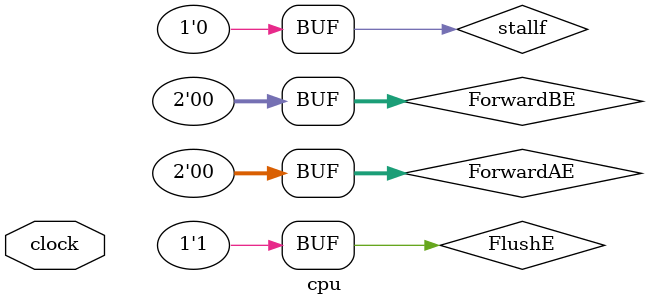
<source format=v>

`ifndef CPU_V
`define CPU_V

`include "execute/execute_stage.v"
`include "decode/decode_stage.v"
`include "fetch/fetch.v"
`include "memory/mem_stage.v"
`include "register/fetch_pipeline_reg.v"
`include "register/writeback_pipeline_reg.v"
`include "hazard/hazard_unit.v"
module cpu(clock);

    input wire clock;
    
    // Inputs from control and decode
    wire [31:0] pc_branch_d;
    wire pc_src_d;

    // Input from hazard unit
    wire stallf;
    assign stallf = 0;
    
    wire FlushE;
    assign FlushE = 1;	// NOTE: FlushE = 1 is NO FLUSH, =0 is FLUSH
    
    
    wire [1:0] ForwardAE;
    wire [1:0] ForwardBE;
    assign ForwardAE = 0;
    assign ForwardBE = 0;
    
    

    // Outputs to decode
    wire [31:0] pc_plus_4f;
    wire [31:0] pc_plus_4d;
    wire [31:0] instructionf;
    wire [31:0] instructiond;

    wire RegWriteD;
    wire MemtoRegD;
    wire MemWriteD;
    wire [3:0] ALUControlD;
    wire ALUSrcD;
    wire RegDstD;
    wire [31:0] RD1D;
    wire [31:0] RD2D;
    wire [4:0] RsD;
    wire [4:0] RtD;
    wire [4:0] RdD;
    wire [31:0] SignImmD;

    wire RegWriteE;
    wire MemtoRegE;
    wire MemWriteE;
    wire RegDstE;
    wire [3:0] ALUControlE;
    // ALU outputs (ignored)
    wire [31:0] RD1E;   // ALU outputs.
    wire [31:0] RD2E;
    wire [4:0] RsE;
    wire [4:0] RtE;
    wire [4:0] RdE;
    wire [31:0] SignImmE;
    wire [4:0] shamtE;
    wire [4:0] WriteRegE;
    wire [31:0] WriteDataE;
    wire [31:0] ALUOutE;

    // Inputs from the Fetch stage.
    wire [31:0] instruction;
    wire [31:0] pc_plus_four;

    // Outputs to EX
    wire [4:0] shamtD;

    // Outputs of the memory stage.
    wire RegWriteM;
    wire MemtoRegM;
    wire [31:0] Writeback_RD; 
    wire [31:0] ALUOutM;
    wire [4:0] WriteRegM;
    
    // Outputs of Writeback pipe
    wire RegWriteW;
    wire MemtoRegW;
    wire [31:0] ReadDataW;
    wire [31:0] ALUOutW;
    wire [4:0] WriteRegW;

    //this wire is a mux for ResultW
    wire [31:0] ResultW;
    assign ResultW = MemtoRegW ? ReadDataW : ALUOutW;

    fetch fetch(
        .clk(clock),
        
        // Inputs from decode and control.
        .pc_branch_d(pc_branch_d),
        .pcsrc_d(pc_src_d),
        
        // Inputs from the hazard unit.
        .stallf(stallf),

        // Outputs to the decode stage.
        .pc_plus_4f(pc_plus_4f),
        .instructionf(instructionf)
        );
     fetch_pipeline_reg fpipe(
       .clock(clock)
     , .clear(1'b0)
     , .pc_plus_four_F(pc_plus_4f)
     , .instruction_F(instructionf)
     , .pc_plus_four_D(pc_plus_4d)
     , .instruction_D(instructiond));

    decode_stage decode(
        .clock(clock),
            
        // Inputs from fetch.
        .instruction(instructiond),
        .pc_plus_four(pc_plus_4d), 
    
        // Inputs from writeback.
        .writeback_value(ResultW), 
        .writeback_id(WriteRegW), 
        .reg_write_W(RegWriteW),
    
        // Decode to EX.
        .reg_rs_value(RD1D),
        .reg_rt_value(RD2D),
        .immediate(SignImmD),
        .reg_rs_id(RsD),
        .reg_rt_id(RtD),
        .reg_rd_id(RdD),
        .shamt(shamtD),

        // Control to EX
        .reg_write_D(RegWriteD),
        .mem_to_reg(MemtoRegD),
        .mem_write(MemWriteD),
        .alu_op(ALUControlD),
        .alu_src(ALUSrcD),
        .reg_dest(RegDstD),

        // Outputs back to fetch.
        .jump(pc_src_d),
        .jump_address(pc_branch_d)
        );

    execute_stage EX_stage(
        .clk(clock),
    
        // Input from the hazard control unit.
        .FlushE(FlushE),
    
        // Input from the decode stage.
        .RegWriteD(RegWriteD),
        .MemtoRegD(MemtoRegD),
        .MemWriteD(MemWriteD),
        .ALUControlD(ALUControlD),
        .ALUSrcD(ALUSrcD),
        .RegDstD(RegDstD),
        .RD1D(RD1D),
        .RD2D(RD2D),
        .RsD(RsD),
        .RtD(RtD),
        .RdD(RdD),
        .SignImmD(SignImmD),
        .shamtD(shamtD),

        // Output to the mem stage.
        .RegWriteE(RegWriteE),
        .MemtoRegE(MemtoRegE),
        .MemWriteE(MemWriteE),
        .RegDstE(RegDstE),
        .ALUControlE(ALUControlE),
        .RD1E(RD1E),
        .RD2E(RD2E),
        .RsE(RsE),
        .RtE(RtE),
        .RdE(RdE),
        .SignImmE(SignImmE),
        .ResultW(ResultW),
        .ALUOutM(ALUOutM),

        // Input from the hazard unit.
        .ForwardAE(ForwardAE),
        .ForwardBE(ForwardBE),

        // Wires from the control unit forwarded to the mem stage.
        .WriteRegE(WriteRegE),
        .WriteDataE(WriteDataE),
        .ALUOutE(ALUOutE)
        );

    mem_stage myMemStage(
        .CLK(clock),
        .RegWriteE(RegWriteE),
        .MemtoRegE(MemtoRegE),
        .MemWriteE(MemWriteE),
        .ALUOutE(ALUOutE),
        .WriteDataE(WriteDataE),
        .WriteRegE(WriteRegE),
        .RegWriteM(RegWriteM),
        .MemtoRegM(MemtoRegM),
        .RD(Writeback_RD),
        .ALUOutM(ALUOutM),
        .WriteRegM(WriteRegM)
        );
    
    //writeback pipe
    writeback_pipeline_reg wpipe(
    .clock(clock), 
    .RegWriteM(RegWriteM),
    .MemtoRegM(MemtoRegM), 
    .ReadDataM(Writeback_RD), 
    .ALUOutM(ALUOutM), 
    .WriteRegM(WriteRegM), 
    .RegWriteW(RegWriteW), 
    .MemtoRegW(MemtoRegW), 
    .ReadDataW(ReadDataW), 
    .ALUOutW(ALUOutW), 
    .WriteRegW(WriteRegW));
    
    hazard_unit hazard(
	// Inputs
	.RsD(RsD),
	.RtD(RtD),
	.BranchD(pc_src_d),
	.RsE(RsE),
	.RtE(RtE),
	.WriteRegE(WriteRegE),
	.MemtoRegE(MemtoRegE),
	.RegWriteE(RegWriteE),
	.WriteRegM(WriteRegM),
	.MemtoRegM(MemtoRegM),
	.RegWriteM(RegWriteM),
	.WriteRegW(WriteRegW),
	.RegWriteW(RegWriteW)
	);



endmodule

`endif

</source>
